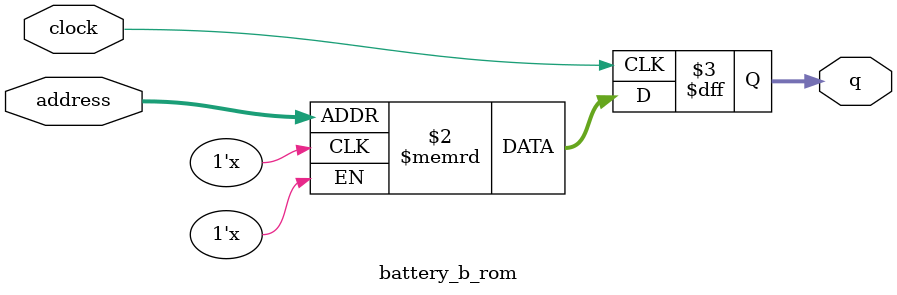
<source format=sv>
module battery_b_rom (
	input logic clock,
	input logic [10:0] address,
	output logic [3:0] q
);

logic [3:0] memory [0:1363] /* synthesis ram_init_file = "./battery_b/battery_b.mif" */;

always_ff @ (posedge clock) begin
	q <= memory[address];
end

endmodule

</source>
